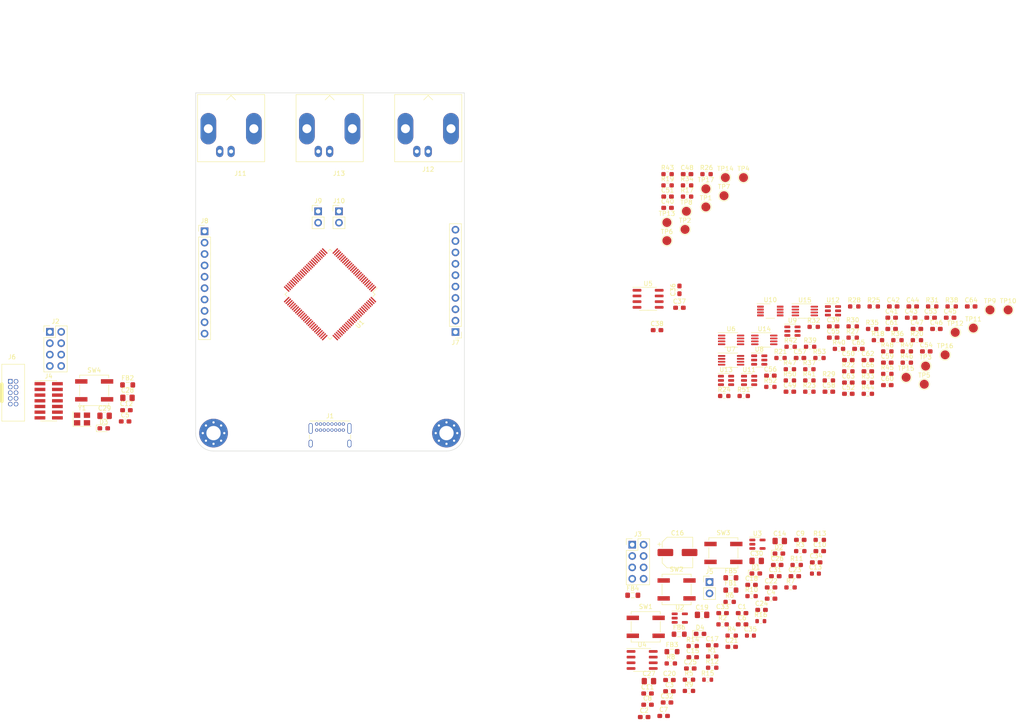
<source format=kicad_pcb>
(kicad_pcb (version 20211014) (generator pcbnew)
  (layers (0 "F.Cu" signal) (31 "B.Cu" signal) (34 "B.Paste" user) (35 "F.Paste" user) (36 "B.SilkS" user "B.Silkscreen") (37 "F.SilkS" user "F.Silkscreen") (38 "B.Mask" user) (39 "F.Mask" user) (44 "Edge.Cuts" user))
  (net 0 "")
  (net 1 "+3V3")
  (net 2 "GND")
  (net 3 "Net-(C2-Pad1)")
  (net 4 "Net-(C11-Pad1)")
  (net 5 "Net-(C13-Pad1)")
  (net 6 "VBUS")
  (net 7 "Net-(C17-Pad1)")
  (net 8 "Net-(C18-Pad1)")
  (net 9 "Net-(C20-Pad2)")
  (net 10 "Net-(C21-Pad2)")
  (net 11 "/NRST")
  (net 12 "Net-(C27-Pad1)")
  (net 13 "Net-(C28-Pad1)")
  (net 14 "Net-(C29-Pad1)")
  (net 15 "Net-(C30-Pad1)")
  (net 16 "+3.3VA")
  (net 17 "Net-(C38-Pad1)")
  (net 18 "Net-(C39-Pad1)")
  (net 19 "Net-(C39-Pad2)")
  (net 20 "Net-(C40-Pad1)")
  (net 21 "Net-(C40-Pad2)")
  (net 22 "Net-(C41-Pad1)")
  (net 23 "Net-(C41-Pad2)")
  (net 24 "Net-(C42-Pad1)")
  (net 25 "Net-(C56-Pad1)")
  (net 26 "Net-(C56-Pad2)")
  (net 27 "Net-(C57-Pad1)")
  (net 28 "Net-(C57-Pad2)")
  (net 29 "Net-(C59-Pad1)")
  (net 30 "Net-(C60-Pad1)")
  (net 31 "Net-(C61-Pad1)")
  (net 32 "Net-(C62-Pad1)")
  (net 33 "Net-(C63-Pad1)")
  (net 34 "Net-(C64-Pad2)")
  (net 35 "Net-(C65-Pad1)")
  (net 36 "Net-(C66-Pad2)")
  (net 37 "Net-(D1-Pad2)")
  (net 38 "Net-(D2-Pad2)")
  (net 39 "Net-(D3-Pad2)")
  (net 40 "Net-(D4-Pad2)")
  (net 41 "Net-(J1-PadA5)")
  (net 42 "Net-(J1-PadA6)")
  (net 43 "Net-(J1-PadA7)")
  (net 45 "Net-(J1-PadB5)")
  (net 49 "/SWDIO")
  (net 50 "/SWCLK")
  (net 51 "/SWO")
  (net 54 "/VCP_RX")
  (net 55 "/VCP_TX")
  (net 59 "Net-(J7-Pad2)")
  (net 60 "Net-(J7-Pad3)")
  (net 61 "Net-(J7-Pad4)")
  (net 62 "Net-(J7-Pad5)")
  (net 63 "Net-(J7-Pad6)")
  (net 64 "Net-(J7-Pad7)")
  (net 65 "Net-(J7-Pad8)")
  (net 66 "Net-(J7-Pad9)")
  (net 67 "Net-(J8-Pad2)")
  (net 68 "Net-(J8-Pad3)")
  (net 69 "Net-(J8-Pad4)")
  (net 70 "Net-(J8-Pad5)")
  (net 71 "Net-(J8-Pad6)")
  (net 72 "Net-(J8-Pad7)")
  (net 73 "Net-(J8-Pad8)")
  (net 74 "Net-(J8-Pad9)")
  (net 75 "Net-(J11-Pad1)")
  (net 76 "Net-(J12-Pad1)")
  (net 77 "Net-(J13-Pad1)")
  (net 78 "/REF_2.5")
  (net 79 "/ADC_DAC_COUPLING")
  (net 80 "/USB_DM")
  (net 81 "/USB_DP")
  (net 82 "/ADC_SUM_DAC_COUPLING")
  (net 83 "/USB_DP_PULL")
  (net 84 "/ADC_REF_COUPLING")
  (net 85 "Net-(R10-Pad1)")
  (net 86 "/LED1")
  (net 87 "/LED2")
  (net 88 "/LED3")
  (net 89 "/SDA")
  (net 90 "/SCL")
  (net 91 "Net-(R17-Pad1)")
  (net 92 "/analog/DAC_2_INV")
  (net 93 "Net-(R18-Pad1)")
  (net 94 "/analog/DAC_1_INV")
  (net 95 "/analog/REF_1.25")
  (net 96 "Net-(R21-Pad2)")
  (net 97 "Net-(R22-Pad2)")
  (net 98 "/DAC1_OUT1")
  (net 99 "/DAC1_OUT2")
  (net 100 "Net-(R29-Pad1)")
  (net 101 "Net-(R30-Pad1)")
  (net 102 "Net-(R31-Pad1)")
  (net 103 "/analog/DAC_SUM")
  (net 104 "/analog/ADC1_INPUT")
  (net 105 "/analog/ADC2_INPUT")
  (net 106 "/ADC1_INP16")
  (net 107 "/ADC1_INN16")
  (net 108 "/ADC2_INP1")
  (net 109 "/ADC2_INN1")
  (net 110 "/BTN1")
  (net 111 "/BTN2")
  (net 112 "/BTN3")
  (net 160 "Net-(U7-Pad6)")
  (net 161 "Net-(U12-Pad4)")
  (net 162 "Net-(U13-Pad4)")
  (net 163 "Net-(R45-Pad2)")
  (net 164 "Net-(R46-Pad2)")
  (footprint "Resistor_SMD:R_0603_1608Metric_Pad0.98x0.95mm_HandSolder" (layer "F.Cu") (at 221.02 94.73)
    (fp_text reference "R35")
    (fp_text value "1k5 0.1%")
  )
  (footprint "Capacitor_SMD:C_0805_2012Metric_Pad1.18x1.45mm_HandSolder" (layer "F.Cu") (at 49.68 114.13)
    (fp_text reference "C29")
    (fp_text value "10u 25V")
  )
  (footprint "Resistor_SMD:R_0603_1608Metric_Pad0.98x0.95mm_HandSolder" (layer "F.Cu") (at 192.35 109.71)
    (fp_text reference "R51")
    (fp_text value "22R 1%")
  )
  (footprint "Resistor_SMD:R_0603_1608Metric_Pad0.98x0.95mm_HandSolder" (layer "F.Cu") (at 207 106.24)
    (fp_text reference "R41")
    (fp_text value "22R 1%")
  )
  (footprint "Resistor_SMD:R_0603_1608Metric_Pad0.98x0.95mm_HandSolder" (layer "F.Cu") (at 228.75 99.75)
    (fp_text reference "R49")
    (fp_text value "22R 1%")
  )
  (footprint "Capacitor_SMD:C_0603_1608Metric" (layer "F.Cu") (at 208.35 149.38)
    (fp_text reference "C13")
    (fp_text value "10n 50V")
  )
  (footprint "Inductor_SMD:L_0805_2012Metric_Pad1.05x1.20mm_HandSolder" (layer "F.Cu") (at 177.94 162.92)
    (fp_text reference "FB6")
    (fp_text value "100R 100MHz")
  )
  (footprint "Connector_PinHeader_2.54mm:PinHeader_1x02_P2.54mm_Vertical" (layer "F.Cu") (at 97.35 68.46)
    (fp_text reference "J9")
    (fp_text value "Conn_01x02")
  )
  (footprint "Connector_PinHeader_2.54mm:PinHeader_1x10_P2.54mm_Vertical" (layer "F.Cu") (at 128 95.425 180)
    (fp_text reference "J7")
    (fp_text value "Conn_01x10")
  )
  (footprint "Resistor_SMD:R_0603_1608Metric_Pad0.98x0.95mm_HandSolder" (layer "F.Cu") (at 213.61 99.18)
    (fp_text reference "R40")
    (fp_text value "1k5 0.1%")
  )
  (footprint "Capacitor_SMD:C_0603_1608Metric_Pad1.08x0.95mm_HandSolder" (layer "F.Cu") (at 220.05 104.2)
    (fp_text reference "C66")
    (fp_text value "1n 50V")
  )
  (footprint "MountingHole:MountingHole_3.2mm_M3_Pad_Via" (layer "F.Cu") (at 126 118)
    (fp_text reference "REF**" hide)
    (fp_text value "MountingHole_3.2mm_M3_Pad_Via")
  )
  (footprint "Capacitor_SMD:C_0805_2012Metric_Pad1.18x1.45mm_HandSolder" (layer "F.Cu") (at 54.79 110.12)
    (fp_text reference "C28")
    (fp_text value "10u 25V")
  )
  (footprint "Capacitor_SMD:C_0603_1608Metric_Pad1.08x0.95mm_HandSolder" (layer "F.Cu") (at 203.75 149.96)
    (fp_text reference "C23")
    (fp_text value "100n 50V")
  )
  (footprint "Capacitor_SMD:C_0603_1608Metric_Pad1.08x0.95mm_HandSolder" (layer "F.Cu") (at 235.36 94.73)
    (fp_text reference "C46")
    (fp_text value "100n 50V")
  )
  (footprint "Resistor_SMD:R_0603_1608Metric_Pad0.98x0.95mm_HandSolder" (layer "F.Cu") (at 198.3 107.67)
    (fp_text reference "R52")
    (fp_text value "22R 1%")
  )
  (footprint "Capacitor_SMD:C_0603_1608Metric_Pad1.08x0.95mm_HandSolder" (layer "F.Cu") (at 208.52 146.87)
    (fp_text reference "C34")
    (fp_text value "100n 50V")
  )
  (footprint "Capacitor_SMD:C_0603_1608Metric_Pad1.08x0.95mm_HandSolder" (layer "F.Cu") (at 243.12 89.71)
    (fp_text reference "C64")
    (fp_text value "1n 50V")
  )
  (footprint "Capacitor_SMD:C_0603_1608Metric_Pad1.08x0.95mm_HandSolder" (layer "F.Cu") (at 180.42 170.57)
    (fp_text reference "C25")
    (fp_text value "1u 50V")
  )
  (footprint "Connector_PinHeader_2.54mm:PinHeader_2x04_P2.54mm_Vertical" (layer "F.Cu") (at 37.46 95.38)
    (fp_text reference "J2")
    (fp_text value "POW")
  )
  (footprint "Crystal:Crystal_SMD_3225-4Pin_3.2x2.5mm" (layer "F.Cu") (at 44.65 114.85)
    (fp_text reference "Y1")
    (fp_text value "12MHz")
  )
  (footprint "Resistor_SMD:R_0603_1608Metric_Pad0.98x0.95mm_HandSolder" (layer "F.Cu") (at 189.66 163.23)
    (fp_text reference "R4")
    (fp_text value "47k 1%")
  )
  (footprint "Capacitor_SMD:C_0603_1608Metric_Pad1.08x0.95mm_HandSolder" (layer "F.Cu") (at 215.7 106.71)
    (fp_text reference "C63")
    (fp_text value "1n 50V")
  )
  (footprint "Connector_PinHeader_2.54mm:PinHeader_1x02_P2.54mm_Vertical" (layer "F.Cu") (at 102 68.46)
    (fp_text reference "J10")
    (fp_text value "Conn_01x02")
  )
  (footprint "Capacitor_SMD:C_0603_1608Metric_Pad1.08x0.95mm_HandSolder" (layer "F.Cu") (at 173 95)
    (fp_text reference "C38")
    (fp_text value "1u 50V")
  )
  (footprint "Capacitor_SMD:C_0603_1608Metric_Pad1.08x0.95mm_HandSolder" (layer "F.Cu") (at 238.42 92.22)
    (fp_text reference "C45")
    (fp_text value "1u 50V")
  )
  (footprint "Package_TO_SOT_SMD:TSOT-23-5" (layer "F.Cu") (at 195.41 142.82)
    (fp_text reference "U3")
    (fp_text value "ADP7142AUJZ-3.3")
  )
  (footprint "LED_SMD:LED_0603_1608Metric_Pad1.05x0.95mm_HandSolder" (layer "F.Cu") (at 195.055 149.35)
    (fp_text reference "D1")
    (fp_text value "LED G")
  )
  (footprint "Resistor_SMD:R_0603_1608Metric_Pad0.98x0.95mm_HandSolder" (layer "F.Cu") (at 224.4 104.77)
    (fp_text reference "R45")
    (fp_text value "22R 1%")
  )
  (footprint "Resistor_SMD:R_0603_1608Metric_Pad0.98x0.95mm_HandSolder" (layer "F.Cu") (at 200.56 101.22)
    (fp_text reference "R21")
    (fp_text value "0R 1%")
  )
  (footprint "Resistor_SMD:R_0603_1608Metric_Pad0.98x0.95mm_HandSolder" (layer "F.Cu") (at 180.12 175.59)
    (fp_text reference "R9")
    (fp_text value "47k 1%")
  )
  (footprint "GCT_USB4085:USB_C_Receptacle_GCT_USB4085" (layer "F.Cu") (at 97.025 115.975)
    (fp_text reference "J1")
    (fp_text value "USB4085")
  )
  (footprint "Connector_PinHeader_2.54mm:PinHeader_1x10_P2.54mm_Vertical" (layer "F.Cu") (at 72 72.92)
    (fp_text reference "J8")
    (fp_text value "Conn_01x10")
  )
  (footprint "Capacitor_SMD:C_0603_1608Metric_Pad1.08x0.95mm_HandSolder" (layer "F.Cu") (at 54.26 115.39)
    (fp_text reference "C5")
    (fp_text value "100n 50V")
  )
  (footprint "Resistor_SMD:R_0603_1608Metric_Pad0.98x0.95mm_HandSolder" (layer "F.Cu") (at 202.8 152.47)
    (fp_text reference "R7")
    (fp_text value "47k 1%")
  )
  (footprint "Capacitor_SMD:C_0603_1608Metric_Pad1.08x0.95mm_HandSolder" (layer "F.Cu") (at 234.07 92.22)
    (fp_text reference "C53")
    (fp_text value "100n 50V")
  )
  (footprint "Package_SO:MSOP-8_3x3mm_P0.65mm" (layer "F.Cu") (at 189.53 97.18)
    (fp_text reference "U6")
    (fp_text value "AD8656")
  )
  (footprint "Connector_PinHeader_2.54mm:PinHeader_1x02_P2.54mm_Vertical" (layer "F.Cu") (at 184.71 151.27)
    (fp_text reference "J5")
    (fp_text value "VCP")
  )
  (footprint "Capacitor_SMD:C_0603_1608Metric_Pad1.08x0.95mm_HandSolder" (layer "F.Cu") (at 194.1 151.9)
    (fp_text reference "C18")
    (fp_text value "2.2uF 16V")
  )
  (footprint "Capacitor_SMD:C_0603_1608Metric_Pad1.08x0.95mm_HandSolder" (layer "F.Cu") (at 225.37 92.22)
    (fp_text reference "C41")
    (fp_text value "DNP")
  )
  (footprint "TestPoint:TestPoint_Pad_D2.0mm" (layer "F.Cu") (at 175.2 70.96)
    (fp_text reference "TP13")
    (fp_text value "TestPoint")
  )
  (footprint "Capacitor_SMD:C_0603_1608Metric_Pad1.08x0.95mm_HandSolder" (layer "F.Cu") (at 170.88 178.67)
    (fp_text reference "C8")
    (fp_text value "100n 50V")
  )
  (footprint "Capacitor_SMD:C_0603_1608Metric_Pad1.08x0.95mm_HandSolder" (layer "F.Cu") (at 175.23 178.17)
    (fp_text reference "C32")
    (fp_text value "1u 50V")
  )
  (footprint "LED_SMD:LED_0603_1608Metric_Pad1.05x0.95mm_HandSolder" (layer "F.Cu") (at 49.495 116.93)
    (fp_text reference "D3")
    (fp_text value "LED G")
  )
  (footprint "Capacitor_SMD:C_0603_1608Metric_Pad1.08x0.95mm_HandSolder" (layer "F.Cu") (at 198.45 152.47)
    (fp_text reference "C22")
    (fp_text value "100n 50V")
  )
  (footprint "Capacitor_SMD:C_0603_1608Metric_Pad1.08x0.95mm_HandSolder" (layer "F.Cu") (at 217.96 99.18)
    (fp_text reference "C65")
    (fp_text value "1n 50V")
  )
  (footprint "Resistor_SMD:R_0603_1608Metric_Pad0.98x0.95mm_HandSolder" (layer "F.Cu") (at 209.26 101.22)
    (fp_text reference "R53")
    (fp_text value "22R 1%")
  )
  (footprint "Capacitor_SMD:C_0603_1608Metric_Pad1.08x0.95mm_HandSolder" (layer "F.Cu") (at 224.4 102.26)
    (fp_text reference "C59")
    (fp_text value "1n 50V")
  )
  (footprint "TestPoint:TestPoint_Pad_D2.0mm" (layer "F.Cu") (at 175.2 75.01)
    (fp_text reference "TP6")
    (fp_text value "TestPoint")
  )
  (footprint "1-1634613-0:1-1634613-0" (layer "F.Cu") (at 99.92 55.08)
    (fp_text reference "J13")
    (fp_text value "ADC_2_IN")
  )
  (footprint "1-1634613-0:1-1634613-0" (layer "F.Cu") (at 77.92 55.08)
    (fp_text reference "J11")
    (fp_text value "DAC_MAIN_OUT")
  )
  (footprint "Resistor_SMD:R_0603_1608Metric_Pad0.98x0.95mm_HandSolder" (layer "F.Cu") (at 207.17 98.71)
    (fp_text reference "R39")
    (fp_text value "1k5 0.1%")
  )
  (footprint "Resistor_SMD:R_0603_1608Metric_Pad0.98x0.95mm_HandSolder" (layer "F.Cu") (at 234.42 89.71)
    (fp_text reference "R31")
    (fp_text value "0R 1%")
  )
  (footprint "Capacitor_SMD:C_0603_1608Metric_Pad1.08x0.95mm_HandSolder" (layer "F.Cu") (at 204.91 101.22)
    (fp_text reference "C57")
    (fp_text value "12p 50V")
  )
  (footprint "Button_Switch_SMD:SW_SPST_B3SL-1022P" (layer "F.Cu") (at 177.36 152.92)
    (fp_text reference "SW2")
    (fp_text value "BTN")
  )
  (footprint "Connector_PinHeader_2.54mm:PinHeader_2x04_P2.54mm_Vertical" (layer "F.Cu") (at 167.46 142.92)
    (fp_text reference "J3")
    (fp_text value "POW")
  )
  (footprint "TestPoint:TestPoint_Pad_D2.0mm" (layer "F.Cu") (at 192.3 60.92)
    (fp_text reference "TP4")
    (fp_text value "TestPoint")
  )
  (footprint "Resistor_SMD:R_0603_1608Metric_Pad0.98x0.95mm_HandSolder" (layer "F.Cu") (at 215.7 104.2)
    (fp_text reference "R22")
    (fp_text value "0R 1%")
  )
  (footprint "TestPoint:TestPoint_Pad_D2.0mm" (layer "F.Cu") (at 243.61 94.53)
    (fp_text reference "TP11")
    (fp_text value "TestPoint")
  )
  (footprint "Capacitor_SMD:C_0603_1608Metric_Pad1.08x0.95mm_HandSolder" (layer "F.Cu") (at 170.12 181.42)
    (fp_text reference "C2")
    (fp_text value "100n 50V")
  )
  (footprint "Package_TO_SOT_SMD:SOT-23-6" (layer "F.Cu") (at 212.27 90.68)
    (fp_text reference "U12")
    (fp_text value "TS5A3159DBV")
  )
  (footprint "TestPoint:TestPoint_Pad_D2.0mm" (layer "F.Cu") (at 239.56 95.5)
    (fp_text reference "TP12")
    (fp_text value "TestPoint")
  )
  (footprint "Resistor_SMD:R_0603_1608Metric_Pad0.98x0.95mm_HandSolder" (layer "F.Cu") (at 220.05 106.71)
    (fp_text reference "R33")
    (fp_text value "0R 1%")
  )
  (footprint "Resistor_SMD:R_0603_1608Metric_Pad0.98x0.95mm_HandSolder" (layer "F.Cu") (at 189.21 155.7)
    (fp_text reference "R6")
    (fp_text value "22R 1%")
  )
  (footprint "Resistor_SMD:R_0603_1608Metric_Pad0.98x0.95mm_HandSolder" (layer "F.Cu") (at 187.63 160.72)
    (fp_text reference "R2")
    (fp_text value "5k1 1%")
  )
  (footprint "Resistor_SMD:R_0603_1608Metric_Pad0.98x0.95mm_HandSolder" (layer "F.Cu") (at 204.97 144.36)
    (fp_text reference "R3")
    (fp_text value "5k1 1%")
  )
  (footprint "TestPoint:TestPoint_Pad_D2.0mm" (layer "F.Cu") (at 228.6 105.54)
    (fp_text reference "TP15")
    (fp_text value "TestPoint")
  )
  (footprint "MountingHole:MountingHole_3.2mm_M3_Pad_Via" (layer "F.Cu") (at 74 118)
    (fp_text reference "REF**" hide)
    (fp_text value "MountingHole_3.2mm_M3_Pad_Via")
  )
  (footprint "Resistor_SMD:R_0603_1608Metric_Pad0.98x0.95mm_HandSolder" (layer "F.Cu") (at 224.4 99.75)
    (fp_text reference "R48")
    (fp_text value "22R 1%")
  )
  (footprint "TestPoint:TestPoint_Pad_D2.0mm" (layer "F.Cu") (at 183.9 63.43)
    (fp_text reference "TP17")
    (fp_text value "TestPoint")
  )
  (footprint "Package_SO:SOIC-8_3.9x4.9mm_P1.27mm" (layer "F.Cu") (at 169.67 168.67)
    (fp_text reference "U4")
    (fp_text value "M24256-BR")
  )
  (footprint "Capacitor_SMD:C_0603_1608Metric_Pad1.08x0.95mm_HandSolder" (layer "F.Cu") (at 178 90)
    (fp_text reference "C37")
    (fp_text value "100n 50V")
  )
  (footprint "Button_Switch_SMD:SW_SPST_B3SL-1022P" (layer "F.Cu") (at 170.47 161.27)
    (fp_text reference "SW1")
    (fp_text value "BTN")
  )
  (footprint "Capacitor_SMD:C_0603_1608Metric_Pad1.08x0.95mm_HandSolder" (layer "F.Cu") (at 196.33 157.49)
    (fp_text reference "C24")
    (fp_text value "100n 50V")
  )
  (footprint "Inductor_SMD:L_0805_2012Metric_Pad1.05x1.20mm_HandSolder" (layer "F.Cu") (at 176.34 166.82)
    (fp_text reference "FB3")
    (fp_text value "100R 100MHz")
  )
  (footprint "Capacitor_SMD:C_0603_1608Metric_Pad1.08x0.95mm_HandSolder" (layer "F.Cu") (at 211.35 108.75)
    (fp_text reference "C58")
    (fp_text value "1u 50V")
  )
  (footprint "Capacitor_SMD:C_0603_1608Metric_Pad1.08x0.95mm_HandSolder" (layer "F.Cu") (at 170.88 176.16)
    (fp_text reference "C11")
    (fp_text value "1u 50V")
  )
  (footprint "Inductor_SMD:L_0805_2012Metric_Pad1.05x1.20mm_HandSolder" (layer "F.Cu") (at 189.48 153.07)
    (fp_text reference "FB1")
    (fp_text value "600R 100MHz")
  )
  (footprint "Inductor_SMD:L_0805_2012Metric_Pad1.05x1.20mm_HandSolder" (layer "F.Cu") (at 167.58 154.22)
    (fp_text reference "FB4")
    (fp_text value "100R 100MHz")
  )
  (footprint "Capacitor_SMD:C_0603_1608Metric_Pad1.08x0.95mm_HandSolder" (layer "F.Cu") (at 212.32 94.16)
    (fp_text reference "C39")
    (fp_text value "DNP")
  )
  (footprint "Resistor_SMD:R_0603_1608Metric_Pad0.98x0.95mm_HandSolder" (layer "F.Cu") (at 216.67 94.16)
    (fp_text reference "R30")
    (fp_text value "13k2 0.1%")
  )
  (footprint "Capacitor_SMD:C_0603_1608Metric_Pad1.08x0.95mm_HandSolder" (layer "F.Cu") (at 187.63 158.21)
    (fp_text reference "C33")
    (fp_text value "100n 50V")
  )
  (footprint "TestPoint:TestPoint_Pad_D2.0mm" (layer "F.Cu") (at 187.95 64.97)
    (fp_text reference "TP7")
    (fp_text value "TestPoint")
  )
  (footprint "Resistor_SMD:R_0603_1608Metric_Pad0.98x0.95mm_HandSolder" (layer "F.Cu") (at 175.35 62.66)
    (fp_text reference "R19")
    (fp_text value "1k 0.1%")
  )
  (footprint "TestPoint:TestPoint_Pad_D2.0mm" (layer "F.Cu") (at 188.25 60.92)
    (fp_text reference "TP14")
    (fp_text value "TestPoint")
  )
  (footprint "Capacitor_SMD:C_0603_1608Metric_Pad1.08x0.95mm_HandSolder" (layer "F.Cu") (at 231.01 94.73)
    (fp_text reference "C47")
    (fp_text value "100n 50V")
  )
  (footprint "Capacitor_SMD:C_0603_1608Metric_Pad1.08x0.95mm_HandSolder" (layer "F.Cu") (at 175.77 175.66)
    (fp_text reference "C3")
    (fp_text value "100n 50V")
  )
  (footprint "Resistor_SMD:R_0603_1608Metric_Pad0.98x0.95mm_HandSolder" (layer "F.Cu") (at 180.96 165.55)
    (fp_text reference "R14")
    (fp_text value "1k 1%")
  )
  (footprint "Capacitor_SMD:C_0603_1608Metric_Pad1.08x0.95mm_HandSolder" (layer "F.Cu") (at 229.72 92.22)
    (fp_text reference "C43")
    (fp_text value "100n 50V")
  )
  (footprint "Resistor_SMD:R_0603_1608Metric_Pad0.98x0.95mm_HandSolder" (layer "F.Cu") (at 222.31 97.24)
    (fp_text reference "R18")
    (fp_text value "0R 1%")
  )
  (footprint "Capacitor_SMD:C_0603_1608Metric_Pad1.08x0.95mm_HandSolder" (layer "F.Cu") (at 175.35 65.17)
    (fp_text reference "C51")
    (fp_text value "100n 50V")
  )
  (footprint "Package_SO:MSOP-8_3x3mm_P0.65mm" (layer "F.Cu") (at 205.99 90.73)
    (fp_text reference "U15")
    (fp_text value "AD8656")
  )
  (footprint "Resistor_SMD:R_0603_1608Metric_Pad0.98x0.95mm_HandSolder" (layer "F.Cu") (at 180.12 173.08)
    (fp_text reference "R5")
    (fp_text value "22R 1%")
  )
  (footprint "Inductor_SMD:L_0805_2012Metric_Pad1.05x1.20mm_HandSolder" (layer "F.Cu") (at 189.48 150.32)
    (fp_text reference "FB5")
    (fp_text value "100R 100MHz")
  )
  (footprint "Resistor_SMD:R_0603_1608Metric_Pad0.98x0.95mm_HandSolder" (layer "F.Cu") (at 207 108.75)
    (fp_text reference "R23")
    (fp_text value "DNP")
  )
  (footprint "TestPoint:TestPoint_Pad_D2.0mm" (layer "F.Cu") (at 179.55 68.45)
    (fp_text reference "TP8")
    (fp_text value "TestPoint")
  )
  (footprint "Button_Switch_SMD:SW_SPST_B3SL-1022P" (layer "F.Cu") (at 47.36 108.45)
    (fp_text reference "SW4")
    (fp_text value "BTN")
  )
  (footprint "1-1634613-0:1-1634613-0" (layer "F.Cu") (at 121.92 55.08)
    (fp_text reference "J12")
    (fp_text value "ADC_1_IN")
  )
  (footprint "Capacitor_SMD:C_0805_2012Metric_Pad1.18x1.45mm_HandSolder" (layer "F.Cu") (at 183.05 158.6)
    (fp_text reference "C19")
    (fp_text value "10u 25V")
  )
  (footprint "Capacitor_SMD:C_0603_1608Metric_Pad1.08x0.95mm_HandSolder" (layer "F.Cu") (at 189.66 165.74)
    (fp_text reference "C21")
    (fp_text value "12p 50V")
  )
  (footprint "Capacitor_SMD:C_0603_1608Metric_Pad1.08x0.95mm_HandSolder" (layer "F.Cu") (at 175.35 67.68)
    (fp_text reference "C40")
    (fp_text value "DNP")
  )
  (footprint "TestPoint:TestPoint_Pad_D2.0mm" (layer "F.Cu") (at 183.9 67.48)
    (fp_text reference "TP1")
    (fp_text value "TestPoint")
  )
  (footprint "Resistor_SMD:R_0603_1608Metric_Pad0.98x0.95mm_HandSolder" (layer "F.Cu") (at 231.01 97.24)
    (fp_text reference "R20")
    (fp_text value "1k 0.1%")
  )
  (footprint "Connector_PinHeader_1.27mm:PinHeader_2x07_P1.27mm_Vertical_SMD" (layer "F.Cu") (at 37.2 110.78)
    (fp_text reference "J4")
    (fp_text value "STDC14")
  )
  (footprint "Capacitor_SMD:C_0603_1608Metric_Pad1.08x0.95mm_HandSolder" (layer "F.Cu") (at 191.98 160.72)
    (fp_text reference "C6")
    (fp_text value "100n 50V")
  )
  (footprint "Capacitor_SMD:C_0603_1608Metric_Pad1.08x0.95mm_HandSolder" (layer "F.Cu") (at 202.65 108.75)
    (fp_text reference "C49")
    (fp_text value "100n 50V")
  )
  (footprint "Package_TO_SOT_SMD:TSOT-23-5" (layer "F.Cu") (at 178.07 159.32)
    (fp_text reference "U2")
    (fp_text value "ADP7142AUJZ-3.3")
  )
  (footprint "TestPoint:TestPoint_Pad_D2.0mm" (layer "F.Cu") (at 247.32 90.48)
    (fp_text reference "TP9")
    (fp_text value "TestPoint")
  )
  (footprint "Capacitor_SMD:C_0603_1608Metric_Pad1.08x0.95mm_HandSolder" (layer "F.Cu") (at 185.31 165.39)
    (fp_text reference "C17")
    (fp_text value "2.2uF 16V")
  )
  (footprint "Resistor_SMD:R_0603_1608Metric_Pad0.98x0.95mm_HandSolder" (layer "F.Cu") (at 228.75 102.26)
    (fp_text reference "R46")
    (fp_text value "22R 1%")
  )
  (footprint "Capacitor_SMD:C_0805_2012Metric_Pad1.18x1.45mm_HandSolder" (layer "F.Cu") (at 195.24 146.55)
    (fp_text reference "C30")
    (fp_text value "10u 25V")
  )
  (footprint "Capacitor_SMD:C_0603_1608Metric_Pad1.08x0.95mm_HandSolder" (layer "F.Cu") (at 230.07 89.71)
    (fp_text reference "C44")
    (fp_text value "100n 50V")
  )
  (footprint "Capacitor_SMD:C_0603_1608Metric_Pad1.08x0.95mm_HandSolder" (layer "F.Cu") (at 224.4 107.28)
    (fp_text reference "C60")
    (fp_text value "1n 50V")
  )
  (footprint "Package_TO_SOT_SMD:SOT-23-6" (layer "F.Cu") (at 188.4 106.23)
    (fp_text reference "U13")
    (fp_text value "TS5A3159DBV")
  )
  (footprint "Capacitor_SMD:C_0603_1608Metric_Pad1.08x0.95mm_HandSolder" (layer "F.Cu") (at 215.7 109.22)
    (fp_text reference "C52")
    (fp_text value "1u 50V")
  )
  (footprint "Package_TO_SOT_SMD:SOT-23-6" (layer "F.Cu") (at 203.22 95.23)
    (fp_text reference "U9")
    (fp_text value "TS5A3159DBV")
  )
  (footprint "TestPoint:TestPoint_Pad_D2.0mm" (layer "F.Cu") (at 232.65 107.08)
    (fp_text reference "TP5")
    (fp_text value "TestPoint")
  )
  (footprint "Capacitor_SMD:C_0603_1608Metric_Pad1.08x0.95mm_HandSolder" (layer "F.Cu") (at 174.47 181.18)
    (fp_text reference "C7")
    (fp_text value "100n 50V")
  )
  (footprint "Capacitor_SMD:C_0805_2012Metric_Pad1.18x1.45mm_HandSolder" (layer "F.Cu") (at 171.19 173.4)
    (fp_text reference "C27")
    (fp_text value "10u 25V")
  )
  (footprint "Resistor_SMD:R_0603_1608Metric_Pad0.98x0.95mm_HandSolder" (layer "F.Cu") (at 207.97 94.26)
    (fp_text reference "R32")
    (fp_text value "0R 1%")
  )
  (footprint "Capacitor_SMD:C_0603_1608Metric_Pad1.08x0.95mm_HandSolder" (layer "F.Cu") (at 204.97 141.85)
    (fp_text reference "C9")
    (fp_text value "100n 50V")
  )
  (footprint "Resistor_SMD:R_0603_1608Metric_Pad0.98x0.95mm_HandSolder" (layer "F.Cu") (at 194.1 154.41)
    (fp_text reference "R10")
    (fp_text value "22R 1%")
  )
  (footprint "Capacitor_SMD:C_0603_1608Metric_Pad1.08x0.95mm_HandSolder" (layer "F.Cu") (at 54.56 112.88)
    (fp_text reference "C12")
    (fp_text value "1u 50V")
  )
  (footprint "10pin_1.27_socket:10pin_1.27_socket" (layer "F.Cu") (at 28.64 106.435)
    (fp_text reference "J6")
    (fp_text value "MINISWD")
  )
  (footprint "Resistor_SMD:R_0603_1608Metric_Pad0.98x0.95mm_HandSolder" (layer "F.Cu") (at 211.35 106.24)
    (fp_text reference "R29")
    (fp_text value "13k2 0.1%")
  )
  (footprint "Resistor_SMD:R_0603_1608Metric_Pad0.98x0.95mm_HandSolder" (layer "F.Cu") (at 202.65 106.24)
    (fp_text reference "R50")
    (fp_text value "22R 1%")
  )
  (footprint "Package_SO:SOIC-8_3.9x4.9mm_P1.27mm" (layer "F.Cu") (at 171 88)
    (fp_text reference "U5")
    (fp_text value "ADR4525BRZ")
  )
  (footprint "Resistor_SMD:R_0603_1608Metric_Pad0.98x0.95mm_HandSolder" (layer "F.Cu") (at 202.82 98.71)
    (fp_text reference "R42")
    (fp_text value "22R 1%")
  )
  (footprint "TestPoint:TestPoint_Pad_D2.0mm" (layer "F.Cu") (at 179.25 72.5)
    (fp_text reference "TP2")
    (fp_text value "TestPoint")
  )
  (footprint "TestPoint:TestPoint_Pad_D2.0mm" (layer "F.Cu") (at 232.95 103.03)
    (fp_text reference "TP3")
    (fp_text value "TestPoint")
  )
  (footprint "Resistor_SMD:R_0603_1608Metric_Pad0.98x0.95mm_HandSolder" (layer "F.Cu") (at 217.02 89.71)
    (fp_text reference "R28")
    (fp_text value "10k 0.1%")
  )
  (footprint "Capacitor_SMD:C_0603_1608Metric_Pad1.08x0.95mm_HandSolder" (layer "F.Cu") (at 180.96 168.06)
    (fp_text reference "C15")
    (fp_text value "100n 50V")
  )
  (footprint "Capacitor_SMD:C_0603_1608Metric_Pad1.08x0.95mm_HandSolder" (layer "F.Cu") (at 199.82 147.45)
    (fp_text reference "C26")
    (fp_text value "1u 50V")
  )
  (footprint "Resistor_SMD:R_0603_1608Metric_Pad0.98x0.95mm_HandSolder" (layer "F.Cu") (at 209.32 141.85)
    (fp_text reference "R13")
    (fp_text value "1k 1%")
  )
  (footprint "Resistor_SMD:R_0603_1608Metric" (layer "F.Cu") (at 196.16 160)
    (fp_text reference "R16")
    (fp_text value "2k2 1%")
  )
  (footprint "Package_QFP:LQFP-100_14x14mm_P0.5mm" (layer "F.Cu") (at 100 87 -135)
    (fp_text reference "U1")
    (fp_text value "STM32H7B0VBT6")
  )
  (footprint "Capacitor_SMD:C_0603_1608Metric_Pad1.08x0.95mm_HandSolder" (layer "F.Cu") (at 212.32 96.67)
    (fp_text reference "C55")
    (fp_text value "100n 50V")
  )
  (footprint "Resistor_SMD:R_0603_1608Metric_Pad0.98x0.95mm_HandSolder" (layer "F.Cu") (at 221.37 89.71)
    (fp_text reference "R25")
    (fp_text value "0R 1%")
  )
  (footprint "Capacitor_SMD:C_0603_1608Metric_Pad1.08x0.95mm_HandSolder" (layer "F.Cu") (at 191.98 158.21)
    (fp_text reference "C1")
    (fp_text value "4.7u 16V")
  )
  (footprint "Package_SO:MSOP-8_3x3mm_P0.65mm" (layer "F.Cu") (at 196.94 97.18)
    (fp_text reference "U14")
    (fp_text value "AD8656")
  )
  (footprint "Capacitor_SMD:C_0603_1608Metric_Pad1.08x0.95mm_HandSolder" (layer "F.Cu") (at 233.1 99.75)
    (fp_text reference "C54")
    (fp_text value "1u 50V")
  )
  (footprint "Inductor_SMD:L_0805_2012Metric_Pad1.05x1.20mm_HandSolder" (layer "F.Cu") (at 54.83 107.24)
    (fp_text reference "FB2")
    (fp_text value "100R 100MHz")
  )
  (footprint "TestPoint:TestPoint_Pad_D2.0mm" (layer "F.Cu") (at 237.3 100.52)
    (fp_text reference "TP16")
    (fp_text value "TestPoint")
  )
  (footprint "Resistor_SMD:R_0603_1608Metric_Pad0.98x0.95mm_HandSolder" (layer "F.Cu") (at 226.66 97.24)
    (fp_text reference "R36")
    (fp_text value "1k 1%")
  )
  (footprint "Resistor_SMD:R_0603_1608Metric_Pad0.98x0.95mm_HandSolder" (layer "F.Cu") (at 179.7 62.66)
    (fp_text reference "R34")
    (fp_text value "1k 0.1%")
  )
  (footprint "Capacitor_SMD:C_0603_1608Metric_Pad1.08x0.95mm_HandSolder" (layer "F.Cu") (at 178 86 90)
    (fp_text reference "C36")
    (fp_text value "1u 50V")
  )
  (footprint "Resistor_SMD:R_0603_1608Metric_Pad0.98x0.95mm_HandSolder" (layer "F.Cu") (at 216.67 96.67)
    (fp_text reference "R27")
    (fp_text value "10k 0.1%")
  )
  (footprint "Capacitor_SMD:C_0603_1608Metric_Pad1.08x0.95mm_HandSolder" (layer "F.Cu") (at 179.7 60.15)
    (fp_text reference "C48")
    (fp_text value "1u 50V")
  )
  (footprint "Resistor_SMD:R_0603_1608Metric_Pad0.98x0.95mm_HandSolder" (layer "F.Cu") (at 185.31 170.41)
    (fp_text reference "R12")
    (fp_text value "1k 1%")
  )
  (footprint "Capacitor_SMD:C_0603_1608Metric_Pad1.08x0.95mm_HandSolder" (layer "F.Cu") (at 209.32 144.36)
    (fp_text reference "C10")
    (fp_text value "100n 50V")
  )
  (footprint "Package_SO:VSSOP-8_3.0x3.0mm_P0.65mm" (layer "F.Cu") (at 198.28 90.73)
    (fp_text reference "U10")
    (fp_text value "OPA2387DGKR")
  )
  (footprint "Resistor_SMD:R_0603_1608Metric_Pad0.98x0.95mm_HandSolder" (layer "F.Cu") (at 202.65 103.73)
    (fp_text reference "R47")
    (fp_text value "22R 1%")
  )
  (footprint "Resistor_SMD:R_0603_1608Metric_Pad0.98x0.95mm_HandSolder" (layer "F.Cu") (at 176.07 169.45)
    (fp_text reference "R8")
    (fp_text value "1k5 1%")
  )
  (footprint "Capacitor_SMD:C_0805_2012Metric_Pad1.18x1.45mm_HandSolder" (layer "F.Cu") (at 200.39 142.1)
    (fp_text reference "C14")
    (fp_text value "10u 25V")
  )
  (footprint "Resistor_SMD:R_0603_1608Metric_Pad0.98x0.95mm_HandSolder" (layer "F.Cu") (at 220.05 109.22)
    (fp_text reference "R44")
    (fp_text value "22R 1%")
  )
  (footprint "Button_Switch_SMD:SW_SPST_B3SL-1022P" (layer "F.Cu") (at 187.81 144.77)
    (fp_text reference "SW3")
    (fp_text value "BTN")
  )
  (footprint "Package_TO_SOT_SMD:SOT-23-6" (layer "F.Cu") (at 193.55 106.23)
    (fp_text reference "U11")
    (fp_text value "TS5A3159DBV")
  )
  (footprint "Resistor_SMD:R_0603_1608Metric_Pad0.98x0.95mm_HandSolder" (layer "F.Cu") (at 175.35 60.15)
    (fp_text reference "R43")
    (fp_text value "22R 1%")
  )
  (footprint "Capacitor_SMD:C_0603_1608Metric_Pad1.08x0.95mm_HandSolder" (layer "F.Cu") (at 198.3 105.16)
    (fp_text reference "C56")
    (fp_text value "12p 50V")
  )
  (footprint "Capacitor_SMD:C_0603_1608Metric_Pad1.08x0.95mm_HandSolder" (layer "F.Cu") (at 215.7 101.69)
    (fp_text reference "C50")
    (fp_text value "100n 50V")
  )
  (footprint "Resistor_SMD:R_0603_1608Metric_Pad0.98x0.95mm_HandSolder" (layer "F.Cu") (at 179.7 65.17)
    (fp_text reference "R17")
    (fp_text value "127k 0.1%")
  )
  (footprint "Capacitor_SMD:C_0603_1608Metric_Pad1.08x0.95mm_HandSolder" (layer "F.Cu") (at 175.77 173.15)
    (fp_text reference "C20")
    (fp_text value "12p 50V")
  )
  (footprint "TestPoint:TestPoint_Pad_D2.0mm" (layer "F.Cu") (at 251.37 90.48)
    (fp_text reference "TP10")
    (fp_text value "TestPoint")
  )
  (footprint "Resistor_SMD:R_0603_1608Metric_Pad0.98x0.95mm_HandSolder" (layer "F.Cu") (at 207 103.73)
    (fp_text reference "R37")
    (fp_text value "1k5 0.1%")
  )
  (footprint "Resistor_SMD:R_0603_1608Metric_Pad0.98x0.95mm_HandSolder" (layer "F.Cu") (at 188 109.71)
    (fp_text reference "R24")
    (fp_text value "DNP")
  )
  (footprint "Capacitor_SMD:C_0603_1608Metric_Pad1.08x0.95mm_HandSolder" (layer "F.Cu") (at 220.05 101.69)
    (fp_text reference "C62")
    (fp_text value "12p 50V")
  )
  (footprint "Resistor_SMD:R_0603_1608Metric_Pad0.98x0.95mm_HandSolder" (layer "F.Cu") (at 185.31 167.9)
    (fp_text reference "R1")
    (fp_text value "1k 1%")
  )
  (footprint "Resistor_SMD:R_0603_1608Metric_Pad0.98x0.95mm_HandSolder" (layer "F.Cu") (at 238.77 89.71)
    (fp_text reference "R38")
    (fp_text value "1k 1%")
  )
  (footprint "Capacitor_SMD:C_0603_1608Metric" (layer "F.Cu") (at 193.84 163.23)
    (fp_text reference "C35")
    (fp_text value "100n 50V")
  )
  (footprint "Package_SO:MSOP-8_3x3mm_P0.65mm" (layer "F.Cu") (at 189.53 101.73)
    (fp_text reference "U7")
    (fp_text value "AD8656")
  )
  (footprint "Resistor_SMD:R_0603_1608Metric_Pad0.98x0.95mm_HandSolder" (layer "F.Cu") (at 184.05 60.15)
    (fp_text reference "R26")
    (fp_text value "0R 1%")
  )
  (footprint "Package_TO_SOT_SMD:SOT-23-6" (layer "F.Cu") (at 195.81 101.68)
    (fp_text reference "U8")
    (fp_text value "TS5A3159DBV")
  )
  (footprint "Capacitor_SMD:C_0603_1608Metric_Pad1.08x0.95mm_HandSolder" (layer "F.Cu") (at 199.4 149.96)
    (fp_text reference "C31")
    (fp_text value "1u 50V")
  )
  (footprint "Resistor_SMD:R_0603_1608Metric_Pad0.98x0.95mm_HandSolder" (layer "F.Cu") (at 204.17 147.45)
    (fp_text reference "R11")
    (fp_text value "1k 1%")
  )
  (footprint "Resistor_SMD:R_0603_1608Metric" (layer "F.Cu") (at 184.3 173.08)
    (fp_text reference "R15")
    (fp_text value "2k2 1%")
  )
  (footprint "LED_SMD:LED_0603_1608Metric_Pad1.05x0.95mm_HandSolder" (layer "F.Cu") (at 182.605 162.84)
    (fp_text reference "D4")
    (fp_text value "LED G")
  )
  (footprint "Capacitor_SMD:C_0603_1608Metric_Pad1.08x0.95mm_HandSolder" (layer "F.Cu") (at 225.72 89.71)
    (fp_text reference "C42")
    (fp_text value "100n 50V")
  )
  (footprint "LED_SMD:LED_0603_1608Metric_Pad1.05x0.95mm_HandSolder" (layer "F.Cu") (at 200.205 144.9)
    (fp_text reference "D2")
    (fp_text value "LED G")
  )
  (footprint "Capacitor_SMD:C_0603_1608Metric_Pad1.08x0.95mm_HandSolder" (layer "F.Cu") (at 198.45 154.98)
    (fp_text reference "C4")
    (fp_text value "1u 50V")
  )
  (footprint "Capacitor_SMD:C_0603_1608Metric_Pad1.08x0.95mm_HandSolder" (layer "F.Cu") (at 225.37 94.73)
    (fp_text reference "C61")
    (fp_text value "12p 50V")
  )
  (footprint "Capacitor_SMD:CP_Elec_6.3x7.7" (layer "F.Cu") (at 177.56 144.67)
    (fp_text reference "C16")
    (fp_text value "220u 10V")
  )
  (gr_line (start 126 122) (end 74 122) (layer "Edge.Cuts") (width 0.1))
  (gr_line (start 130 42) (end 130 118) (layer "Edge.Cuts") (width 0.1))
  (gr_line (start 70 42) (end 130 42) (layer "Edge.Cuts") (width 0.1))
  (gr_line (start 70 118) (end 70 42) (layer "Edge.Cuts") (width 0.1))
  (gr_arc (start 130 118) (mid 128.828427 120.828427) (end 126 122) (layer "Edge.Cuts") (width 0.1))
  (gr_arc (start 74 122) (mid 71.171573 120.828427) (end 70 118) (layer "Edge.Cuts") (width 0.1))
)
</source>
